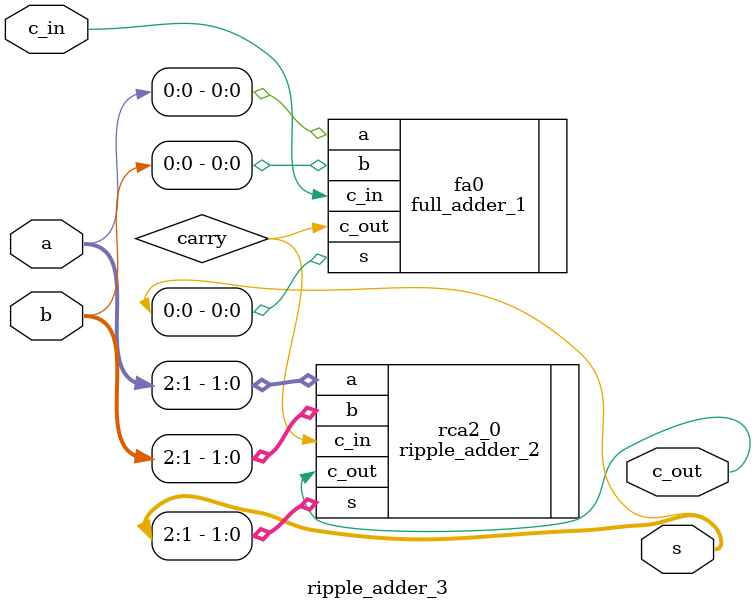
<source format=v>

module ripple_adder_3(
	input [2:0]a, b,
	input c_in,
	output [2:0] s,
	output c_out);
	
	wire carry;
	
	full_adder_1 fa0(
		.a(a[0]),
		.b(b[0]),
		.c_in(c_in),
		.s(s[0]),
		.c_out(carry)
	);
	
	ripple_adder_2 rca2_0(
		.a(a[2:1]),
		.b(b[2:1]),
		.c_in(carry),
		.s(s[2:1]),
		.c_out(c_out)
	);
	
endmodule

</source>
